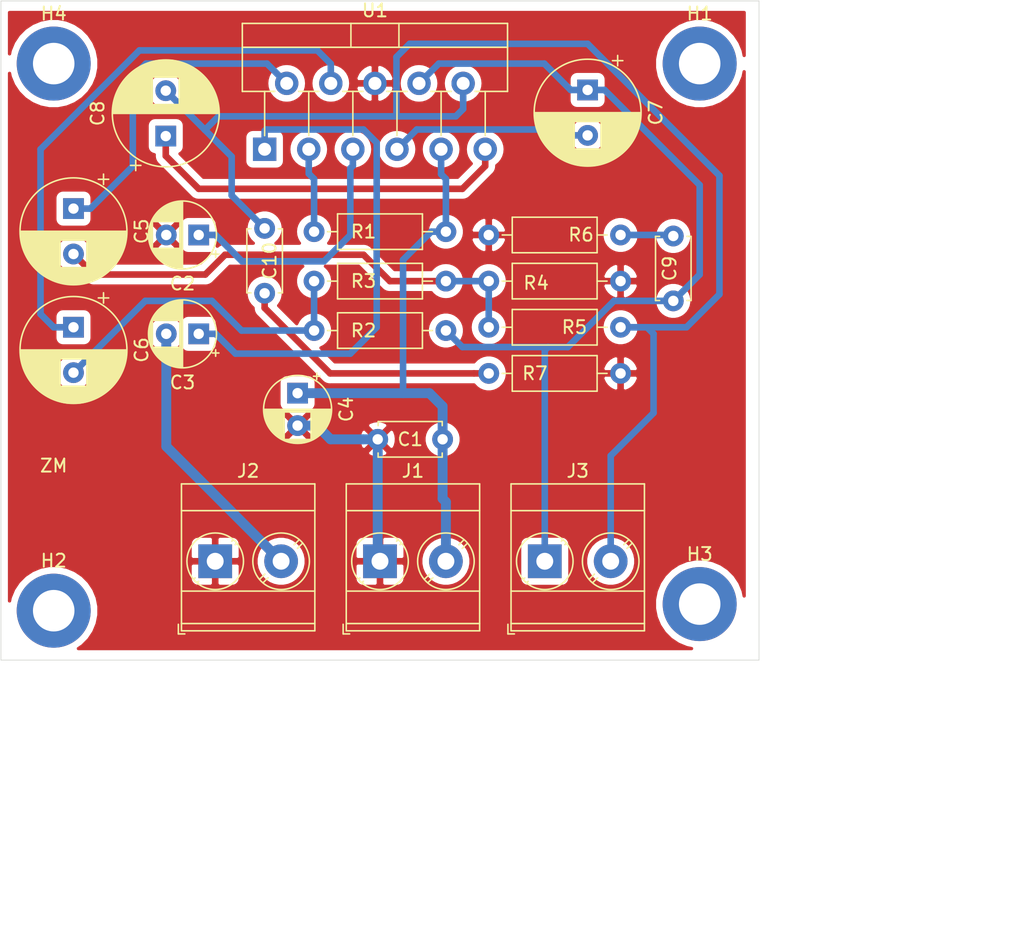
<source format=kicad_pcb>
(kicad_pcb (version 20171130) (host pcbnew "(5.1.4-0-10_14)")
  (layers (0 F.Cu signal hide) (31 B.Cu signal) (34 B.Paste user) (35 F.Paste user) (36 B.SilkS user) (37 F.SilkS user) (38 B.Mask user) (39 F.Mask user) (44 Edge.Cuts user))
  (net 0 "")
  (net 1 +12V)
  (net 2 GND)
  (net 3 "Net-(C2-Pad1)")
  (net 4 "Net-(C3-Pad2)")
  (net 5 "Net-(C3-Pad1)")
  (net 6 "Net-(C5-Pad1)")
  (net 7 A)
  (net 8 "Net-(C6-Pad2)")
  (net 9 "Net-(C6-Pad1)")
  (net 10 "Net-(C7-Pad1)")
  (net 11 "Net-(C7-Pad2)")
  (net 12 "Net-(C10-Pad1)")
  (net 13 "Net-(C8-Pad1)")
  (net 14 "Net-(C9-Pad2)")
  (net 15 "Net-(C10-Pad2)")
  (net 16 "Net-(R1-Pad2)")
  (module Capacitor_THT:C_Disc_D4.7mm_W2.5mm_P5.00mm (layer F.Cu) (at 135.636 70.612 180)
    (fp_text reference C1 (at 2.5 0) (layer F.SilkS))
    (fp_text value 100n)
    (pad 1 thru_hole circle (at 0 0 180) (size 1.6 1.6) (drill 0.8) (layers *.Cu *.Mask) (net 1 +12V))
    (pad 2 thru_hole circle (at 5 0 180) (size 1.6 1.6) (drill 0.8) (layers *.Cu *.Mask) (net 2 GND))
  )
  (module Capacitor_THT:CP_Radial_D5.0mm_P2.50mm (layer F.Cu) (at 116.84 54.864 180)
    (fp_text reference C2 (at 1.25 -3.75) (layer F.SilkS))
    (fp_text value 2.2u)
    (pad 1 thru_hole rect (at 0 0 180) (size 1.6 1.6) (drill 0.8) (layers *.Cu *.Mask) (net 3 "Net-(C2-Pad1)"))
    (pad 2 thru_hole circle (at 2.5 0 180) (size 1.6 1.6) (drill 0.8) (layers *.Cu *.Mask) (net 2 GND))
  )
  (module Capacitor_THT:CP_Radial_D5.0mm_P2.50mm (layer F.Cu) (at 116.84 62.484 180)
    (fp_text reference C3 (at 1.25 -3.75) (layer F.SilkS))
    (fp_text value 2.2u)
    (pad 2 thru_hole circle (at 2.5 0 180) (size 1.6 1.6) (drill 0.8) (layers *.Cu *.Mask) (net 4 "Net-(C3-Pad2)"))
    (pad 1 thru_hole rect (at 0 0 180) (size 1.6 1.6) (drill 0.8) (layers *.Cu *.Mask) (net 5 "Net-(C3-Pad1)"))
  )
  (module Capacitor_THT:CP_Radial_D5.0mm_P2.50mm (layer F.Cu) (at 124.46 67.056 270)
    (fp_text reference C4 (at 1.25 -3.75 90) (layer F.SilkS))
    (fp_text value 10u)
    (pad 1 thru_hole rect (at 0 0 270) (size 1.6 1.6) (drill 0.8) (layers *.Cu *.Mask) (net 1 +12V))
    (pad 2 thru_hole circle (at 2.5 0 270) (size 1.6 1.6) (drill 0.8) (layers *.Cu *.Mask) (net 2 GND))
  )
  (module Capacitor_THT:CP_Radial_D8.0mm_P3.50mm (layer F.Cu) (at 107.188 52.832 270)
    (fp_text reference C5 (at 1.75 -5.25 90) (layer F.SilkS))
    (fp_text value 220u)
    (pad 1 thru_hole rect (at 0 0 270) (size 1.6 1.6) (drill 0.8) (layers *.Cu *.Mask) (net 6 "Net-(C5-Pad1)"))
    (pad 2 thru_hole circle (at 3.5 0 270) (size 1.6 1.6) (drill 0.8) (layers *.Cu *.Mask) (net 7 A))
  )
  (module Capacitor_THT:CP_Radial_D8.0mm_P3.50mm (layer F.Cu) (at 107.188 61.976 270)
    (fp_text reference C6 (at 1.75 -5.25 90) (layer F.SilkS))
    (fp_text value 220u)
    (pad 2 thru_hole circle (at 3.5 0 270) (size 1.6 1.6) (drill 0.8) (layers *.Cu *.Mask) (net 8 "Net-(C6-Pad2)"))
    (pad 1 thru_hole rect (at 0 0 270) (size 1.6 1.6) (drill 0.8) (layers *.Cu *.Mask) (net 9 "Net-(C6-Pad1)"))
  )
  (module Capacitor_THT:CP_Radial_D8.0mm_P3.50mm (layer F.Cu) (at 146.812 43.688 270)
    (fp_text reference C7 (at 1.75 -5.25 90) (layer F.SilkS))
    (fp_text value 100u)
    (pad 1 thru_hole rect (at 0 0 270) (size 1.6 1.6) (drill 0.8) (layers *.Cu *.Mask) (net 10 "Net-(C7-Pad1)"))
    (pad 2 thru_hole circle (at 3.5 0 270) (size 1.6 1.6) (drill 0.8) (layers *.Cu *.Mask) (net 11 "Net-(C7-Pad2)"))
  )
  (module Capacitor_THT:CP_Radial_D8.0mm_P3.50mm (layer F.Cu) (at 114.3 47.244 90)
    (fp_text reference C8 (at 1.75 -5.25 90) (layer F.SilkS))
    (fp_text value 100u)
    (pad 2 thru_hole circle (at 3.5 0 90) (size 1.6 1.6) (drill 0.8) (layers *.Cu *.Mask) (net 12 "Net-(C10-Pad1)"))
    (pad 1 thru_hole rect (at 0 0 90) (size 1.6 1.6) (drill 0.8) (layers *.Cu *.Mask) (net 13 "Net-(C8-Pad1)"))
  )
  (module Capacitor_THT:C_Disc_D4.7mm_W2.5mm_P5.00mm (layer F.Cu) (at 153.416 59.944 90)
    (fp_text reference C9 (at 2.5 -0.287001 90) (layer F.SilkS))
    (fp_text value 100n)
    (pad 2 thru_hole circle (at 5 0 90) (size 1.6 1.6) (drill 0.8) (layers *.Cu *.Mask) (net 14 "Net-(C9-Pad2)"))
    (pad 1 thru_hole circle (at 0 0 90) (size 1.6 1.6) (drill 0.8) (layers *.Cu *.Mask) (net 10 "Net-(C7-Pad1)"))
  )
  (module Capacitor_THT:C_Disc_D4.7mm_W2.5mm_P5.00mm (layer F.Cu) (at 121.92 54.356 270)
    (fp_text reference C10 (at 2.5 -0.385001 90) (layer F.SilkS))
    (fp_text value 100n)
    (pad 1 thru_hole circle (at 0 0 270) (size 1.6 1.6) (drill 0.8) (layers *.Cu *.Mask) (net 12 "Net-(C10-Pad1)"))
    (pad 2 thru_hole circle (at 5 0 270) (size 1.6 1.6) (drill 0.8) (layers *.Cu *.Mask) (net 15 "Net-(C10-Pad2)"))
  )
  (module TerminalBlock_Phoenix:TerminalBlock_Phoenix_MKDS-3-2-5.08_1x02_P5.08mm_Horizontal (layer F.Cu) (at 130.81 80.01)
    (fp_text reference J1 (at 2.54 -6.96) (layer F.SilkS))
    (fp_text value Screw_Terminal_01x02)
    (pad 1 thru_hole rect (at 0 0) (size 2.6 2.6) (drill 1.3) (layers *.Cu *.Mask) (net 2 GND))
    (pad 2 thru_hole circle (at 5.08 0) (size 2.6 2.6) (drill 1.3) (layers *.Cu *.Mask) (net 1 +12V))
  )
  (module TerminalBlock_Phoenix:TerminalBlock_Phoenix_MKDS-3-2-5.08_1x02_P5.08mm_Horizontal (layer F.Cu) (at 118.11 80.01)
    (fp_text reference J2 (at 2.54 -6.96) (layer F.SilkS))
    (fp_text value Screw_Terminal_01x02)
    (pad 2 thru_hole circle (at 5.08 0) (size 2.6 2.6) (drill 1.3) (layers *.Cu *.Mask) (net 4 "Net-(C3-Pad2)"))
    (pad 1 thru_hole rect (at 0 0) (size 2.6 2.6) (drill 1.3) (layers *.Cu *.Mask) (net 2 GND))
  )
  (module TerminalBlock_Phoenix:TerminalBlock_Phoenix_MKDS-3-2-5.08_1x02_P5.08mm_Horizontal (layer F.Cu) (at 143.51 80.01)
    (fp_text reference J3 (at 2.54 -6.96) (layer F.SilkS))
    (fp_text value Screw_Terminal_01x02)
    (pad 1 thru_hole rect (at 0 0) (size 2.6 2.6) (drill 1.3) (layers *.Cu *.Mask) (net 10 "Net-(C7-Pad1)"))
    (pad 2 thru_hole circle (at 5.08 0) (size 2.6 2.6) (drill 1.3) (layers *.Cu *.Mask) (net 12 "Net-(C10-Pad1)"))
  )
  (module Resistor_THT:R_Axial_DIN0207_L6.3mm_D2.5mm_P10.16mm_Horizontal (layer F.Cu) (at 135.89 54.61 180)
    (fp_text reference R1 (at 6.35 0) (layer F.SilkS))
    (fp_text value 120k)
    (pad 2 thru_hole oval (at 10.16 0 180) (size 1.6 1.6) (drill 0.8) (layers *.Cu *.Mask) (net 16 "Net-(R1-Pad2)"))
    (pad 1 thru_hole circle (at 0 0 180) (size 1.6 1.6) (drill 0.8) (layers *.Cu *.Mask) (net 1 +12V))
  )
  (module Resistor_THT:R_Axial_DIN0207_L6.3mm_D2.5mm_P10.16mm_Horizontal (layer F.Cu) (at 135.89 62.23 180)
    (fp_text reference R2 (at 6.35 0) (layer F.SilkS))
    (fp_text value 2K)
    (pad 1 thru_hole circle (at 0 0 180) (size 1.6 1.6) (drill 0.8) (layers *.Cu *.Mask) (net 10 "Net-(C7-Pad1)"))
    (pad 2 thru_hole oval (at 10.16 0 180) (size 1.6 1.6) (drill 0.8) (layers *.Cu *.Mask) (net 8 "Net-(C6-Pad2)"))
  )
  (module Resistor_THT:R_Axial_DIN0207_L6.3mm_D2.5mm_P10.16mm_Horizontal (layer F.Cu) (at 125.73 58.42)
    (fp_text reference R3 (at 3.81 0) (layer F.SilkS))
    (fp_text value 12R)
    (pad 2 thru_hole oval (at 10.16 0) (size 1.6 1.6) (drill 0.8) (layers *.Cu *.Mask) (net 7 A))
    (pad 1 thru_hole circle (at 0 0) (size 1.6 1.6) (drill 0.8) (layers *.Cu *.Mask) (net 8 "Net-(C6-Pad2)"))
  )
  (module Resistor_THT:R_Axial_DIN0207_L6.3mm_D2.5mm_P10.16mm_Horizontal (layer F.Cu) (at 139.192 58.42)
    (fp_text reference R4 (at 3.648999 0.150999) (layer F.SilkS))
    (fp_text value 12R)
    (pad 1 thru_hole circle (at 0 0) (size 1.6 1.6) (drill 0.8) (layers *.Cu *.Mask) (net 7 A))
    (pad 2 thru_hole oval (at 10.16 0) (size 1.6 1.6) (drill 0.8) (layers *.Cu *.Mask) (net 2 GND))
  )
  (module Resistor_THT:R_Axial_DIN0207_L6.3mm_D2.5mm_P10.16mm_Horizontal (layer F.Cu) (at 149.352 61.976 180)
    (fp_text reference R5 (at 3.556 0) (layer F.SilkS))
    (fp_text value 1k2)
    (pad 2 thru_hole oval (at 10.16 0 180) (size 1.6 1.6) (drill 0.8) (layers *.Cu *.Mask) (net 7 A))
    (pad 1 thru_hole circle (at 0 0 180) (size 1.6 1.6) (drill 0.8) (layers *.Cu *.Mask) (net 12 "Net-(C10-Pad1)"))
  )
  (module Resistor_THT:R_Axial_DIN0207_L6.3mm_D2.5mm_P10.16mm_Horizontal (layer F.Cu) (at 149.352 54.864 180)
    (fp_text reference R6 (at 3.048 0.012999) (layer F.SilkS))
    (fp_text value 1R)
    (pad 1 thru_hole circle (at 0 0 180) (size 1.6 1.6) (drill 0.8) (layers *.Cu *.Mask) (net 14 "Net-(C9-Pad2)"))
    (pad 2 thru_hole oval (at 10.16 0 180) (size 1.6 1.6) (drill 0.8) (layers *.Cu *.Mask) (net 2 GND))
  )
  (module Resistor_THT:R_Axial_DIN0207_L6.3mm_D2.5mm_P10.16mm_Horizontal (layer F.Cu) (at 139.192 65.532)
    (fp_text reference R7 (at 3.556 0) (layer F.SilkS))
    (fp_text value 1R)
    (pad 1 thru_hole circle (at 0 0) (size 1.6 1.6) (drill 0.8) (layers *.Cu *.Mask) (net 15 "Net-(C10-Pad2)"))
    (pad 2 thru_hole oval (at 10.16 0) (size 1.6 1.6) (drill 0.8) (layers *.Cu *.Mask) (net 2 GND))
  )
  (module Package_TO_SOT_THT:TO-220-11_P3.4x5.08mm_StaggerOdd_Lead4.85mm_Vertical (layer F.Cu) (at 121.92 48.26)
    (fp_text reference U1 (at 8.5 -10.7) (layer F.SilkS))
    (fp_text value TDA2005)
    (pad 1 thru_hole rect (at 0 0) (size 1.8 1.8) (drill 1) (layers *.Cu *.Mask) (net 5 "Net-(C3-Pad1)"))
    (pad 2 thru_hole oval (at 1.7 -5.08) (size 1.8 1.8) (drill 1) (layers *.Cu *.Mask) (net 6 "Net-(C5-Pad1)"))
    (pad 3 thru_hole oval (at 3.4 0) (size 1.8 1.8) (drill 1) (layers *.Cu *.Mask) (net 16 "Net-(R1-Pad2)"))
    (pad 4 thru_hole oval (at 5.1 -5.08) (size 1.8 1.8) (drill 1) (layers *.Cu *.Mask) (net 9 "Net-(C6-Pad1)"))
    (pad 5 thru_hole oval (at 6.8 0) (size 1.8 1.8) (drill 1) (layers *.Cu *.Mask) (net 3 "Net-(C2-Pad1)"))
    (pad 6 thru_hole oval (at 8.5 -5.08) (size 1.8 1.8) (drill 1) (layers *.Cu *.Mask) (net 2 GND))
    (pad 7 thru_hole oval (at 10.2 0) (size 1.8 1.8) (drill 1) (layers *.Cu *.Mask) (net 11 "Net-(C7-Pad2)"))
    (pad 8 thru_hole oval (at 11.9 -5.08) (size 1.8 1.8) (drill 1) (layers *.Cu *.Mask) (net 10 "Net-(C7-Pad1)"))
    (pad 9 thru_hole oval (at 13.6 0) (size 1.8 1.8) (drill 1) (layers *.Cu *.Mask) (net 1 +12V))
    (pad 10 thru_hole oval (at 15.3 -5.08) (size 1.8 1.8) (drill 1) (layers *.Cu *.Mask) (net 12 "Net-(C10-Pad1)"))
    (pad 11 thru_hole oval (at 17 0) (size 1.8 1.8) (drill 1) (layers *.Cu *.Mask) (net 13 "Net-(C8-Pad1)"))
  )
  (module MountingHole:MountingHole_3.2mm_M3_ISO7380_Pad (layer F.Cu) (at 155.448 41.656)
    (fp_text reference H1 (at 0 -3.85) (layer F.SilkS))
    (fp_text value MountingHole)
    (pad 1 thru_hole circle (at 0 0) (size 5.7 5.7) (drill 3.2) (layers *.Cu *.Mask))
  )
  (module MountingHole:MountingHole_3.2mm_M3_ISO7380_Pad (layer F.Cu) (at 105.664 83.82)
    (fp_text reference H2 (at 0 -3.85) (layer F.SilkS))
    (fp_text value MountingHole)
    (pad 1 thru_hole circle (at 0 0) (size 5.7 5.7) (drill 3.2) (layers *.Cu *.Mask))
  )
  (module MountingHole:MountingHole_3.2mm_M3_ISO7380_Pad (layer F.Cu) (at 155.448 83.312)
    (fp_text reference H3 (at 0 -3.85) (layer F.SilkS))
    (fp_text value MountingHole)
    (pad 1 thru_hole circle (at 0 0) (size 5.7 5.7) (drill 3.2) (layers *.Cu *.Mask))
  )
  (module MountingHole:MountingHole_3.2mm_M3_ISO7380_Pad (layer F.Cu) (at 105.664 41.656)
    (fp_text reference H4 (at 0 -3.85) (layer F.SilkS))
    (fp_text value MountingHole)
    (pad 1 thru_hole circle (at 0 0) (size 5.7 5.7) (drill 3.2) (layers *.Cu *.Mask))
  )
  (gr_text ZM (at 105.664 72.644) (layer F.SilkS) (effects (font (size 1 1))))
  (gr_line (start 101.6 87.63) (end 101.6 36.83) (layer Edge.Cuts) (width 0.05))
  (gr_line (start 160.02 87.63) (end 101.6 87.63) (layer Edge.Cuts) (width 0.05))
  (gr_line (start 160.02 36.83) (end 160.02 87.63) (layer Edge.Cuts) (width 0.05))
  (gr_line (start 101.6 36.83) (end 160.02 36.83) (layer Edge.Cuts) (width 0.05))
  (segment (start 135.52 48.26) (end 135.52 50.176) (width 0.508) (layer B.Cu) (net 1))
  (segment (start 135.89 50.546) (end 135.89 54.61) (width 0.508) (layer B.Cu) (net 1))
  (segment (start 135.52 50.176) (end 135.89 50.546) (width 0.508) (layer B.Cu) (net 1))
  (segment (start 135.636 70.612) (end 135.636 75.184) (width 0.762) (layer B.Cu) (net 1))
  (segment (start 135.89 75.438) (end 135.89 80.01) (width 0.762) (layer B.Cu) (net 1))
  (segment (start 135.636 75.184) (end 135.89 75.438) (width 0.762) (layer B.Cu) (net 1))
  (segment (start 135.636 68.072) (end 135.636 70.612) (width 0.762) (layer B.Cu) (net 1))
  (segment (start 134.62 67.056) (end 135.636 68.072) (width 0.762) (layer B.Cu) (net 1))
  (segment (start 134.75863 54.61) (end 132.588 56.78063) (width 0.508) (layer B.Cu) (net 1))
  (segment (start 132.588 56.78063) (end 132.588 67.056) (width 0.508) (layer B.Cu) (net 1))
  (segment (start 135.89 54.61) (end 134.75863 54.61) (width 0.508) (layer B.Cu) (net 1))
  (segment (start 132.588 67.056) (end 134.62 67.056) (width 0.762) (layer B.Cu) (net 1))
  (segment (start 124.46 67.056) (end 132.588 67.056) (width 0.762) (layer B.Cu) (net 1))
  (segment (start 130.636 79.836) (end 130.81 80.01) (width 0.762) (layer B.Cu) (net 2))
  (segment (start 130.636 70.612) (end 130.636 79.836) (width 0.762) (layer B.Cu) (net 2))
  (segment (start 124.46 69.556) (end 125.944 69.556) (width 0.762) (layer B.Cu) (net 2))
  (segment (start 129.50463 70.612) (end 130.636 70.612) (width 0.762) (layer B.Cu) (net 2))
  (segment (start 127 70.612) (end 129.50463 70.612) (width 0.762) (layer B.Cu) (net 2))
  (segment (start 125.944 69.556) (end 127 70.612) (width 0.762) (layer B.Cu) (net 2))
  (segment (start 128.72 49.532792) (end 128.524 49.728792) (width 0.508) (layer B.Cu) (net 3))
  (segment (start 128.72 48.26) (end 128.72 49.532792) (width 0.508) (layer B.Cu) (net 3))
  (segment (start 128.524 49.728792) (end 128.524 54.864) (width 0.508) (layer B.Cu) (net 3))
  (segment (start 128.524 54.864) (end 126.492 56.896) (width 0.508) (layer B.Cu) (net 3))
  (segment (start 118.148 54.864) (end 116.84 54.864) (width 0.508) (layer B.Cu) (net 3))
  (segment (start 120.18 56.896) (end 118.148 54.864) (width 0.508) (layer B.Cu) (net 3))
  (segment (start 126.492 56.896) (end 120.18 56.896) (width 0.508) (layer B.Cu) (net 3))
  (segment (start 114.34 71.16) (end 123.19 80.01) (width 0.762) (layer B.Cu) (net 4))
  (segment (start 114.34 62.484) (end 114.34 71.16) (width 0.762) (layer B.Cu) (net 4))
  (segment (start 121.92 46.852) (end 121.92 48.26) (width 0.508) (layer B.Cu) (net 5))
  (segment (start 122.036 46.736) (end 121.92 46.852) (width 0.508) (layer B.Cu) (net 5))
  (segment (start 130.556 47.752) (end 129.54 46.736) (width 0.508) (layer B.Cu) (net 5))
  (segment (start 129.54 46.736) (end 122.036 46.736) (width 0.508) (layer B.Cu) (net 5))
  (segment (start 118.148 62.484) (end 119.672 64.008) (width 0.508) (layer B.Cu) (net 5))
  (segment (start 130.556 61.976) (end 130.556 47.752) (width 0.508) (layer B.Cu) (net 5))
  (segment (start 128.524 64.008) (end 130.556 61.976) (width 0.508) (layer B.Cu) (net 5))
  (segment (start 119.672 64.008) (end 128.524 64.008) (width 0.508) (layer B.Cu) (net 5))
  (segment (start 116.84 62.484) (end 118.148 62.484) (width 0.508) (layer B.Cu) (net 5))
  (segment (start 122.096 41.656) (end 123.62 43.18) (width 0.508) (layer B.Cu) (net 6))
  (segment (start 111.76 49.568) (end 111.76 42.672) (width 0.508) (layer B.Cu) (net 6))
  (segment (start 112.776 41.656) (end 122.096 41.656) (width 0.508) (layer B.Cu) (net 6))
  (segment (start 108.496 52.832) (end 111.76 49.568) (width 0.508) (layer B.Cu) (net 6))
  (segment (start 111.76 42.672) (end 112.776 41.656) (width 0.508) (layer B.Cu) (net 6))
  (segment (start 107.188 52.832) (end 108.496 52.832) (width 0.508) (layer B.Cu) (net 6))
  (segment (start 139.192 58.42) (end 135.89 58.42) (width 0.508) (layer B.Cu) (net 7))
  (segment (start 139.192 58.42) (end 139.192 61.976) (width 0.508) (layer B.Cu) (net 7))
  (segment (start 135.89 58.42) (end 131.572 58.42) (width 0.508) (layer F.Cu) (net 7))
  (segment (start 131.572 58.42) (end 129.54 56.388) (width 0.508) (layer F.Cu) (net 7))
  (segment (start 129.54 56.388) (end 118.872 56.388) (width 0.508) (layer F.Cu) (net 7))
  (segment (start 118.872 56.388) (end 117.348 57.912) (width 0.508) (layer F.Cu) (net 7))
  (segment (start 108.768 57.912) (end 107.188 56.332) (width 0.508) (layer F.Cu) (net 7))
  (segment (start 117.348 57.912) (end 108.768 57.912) (width 0.508) (layer F.Cu) (net 7))
  (segment (start 125.73 58.42) (end 125.73 62.23) (width 0.508) (layer B.Cu) (net 8))
  (segment (start 107.188 65.476) (end 112.72 59.944) (width 0.508) (layer B.Cu) (net 8))
  (segment (start 112.72 59.944) (end 117.856 59.944) (width 0.508) (layer B.Cu) (net 8))
  (segment (start 120.142 62.23) (end 125.73 62.23) (width 0.508) (layer B.Cu) (net 8))
  (segment (start 117.856 59.944) (end 120.142 62.23) (width 0.508) (layer B.Cu) (net 8))
  (segment (start 127.02 43.18) (end 127.02 41.676) (width 0.508) (layer B.Cu) (net 9))
  (segment (start 127.02 41.676) (end 125.984 40.64) (width 0.508) (layer B.Cu) (net 9))
  (segment (start 125.984 40.64) (end 112.268 40.64) (width 0.508) (layer B.Cu) (net 9))
  (segment (start 112.268 40.64) (end 104.648 48.26) (width 0.508) (layer B.Cu) (net 9))
  (segment (start 104.648 48.26) (end 104.648 60.96) (width 0.508) (layer B.Cu) (net 9))
  (segment (start 105.664 61.976) (end 107.188 61.976) (width 0.508) (layer B.Cu) (net 9))
  (segment (start 104.648 60.96) (end 105.664 61.976) (width 0.508) (layer B.Cu) (net 9))
  (segment (start 133.82 43.18) (end 135.344 41.656) (width 0.508) (layer B.Cu) (net 10))
  (segment (start 145.504 43.688) (end 146.812 43.688) (width 0.508) (layer B.Cu) (net 10))
  (segment (start 143.472 41.656) (end 145.504 43.688) (width 0.508) (layer B.Cu) (net 10))
  (segment (start 135.344 41.656) (end 143.472 41.656) (width 0.508) (layer B.Cu) (net 10))
  (segment (start 148.12 43.688) (end 155.448 51.016) (width 0.508) (layer B.Cu) (net 10))
  (segment (start 146.812 43.688) (end 148.12 43.688) (width 0.508) (layer B.Cu) (net 10))
  (segment (start 155.448 57.912) (end 153.416 59.944) (width 0.508) (layer B.Cu) (net 10))
  (segment (start 155.448 51.016) (end 155.448 57.912) (width 0.508) (layer B.Cu) (net 10))
  (segment (start 135.89 62.23) (end 137.16 63.5) (width 0.508) (layer B.Cu) (net 10))
  (segment (start 143.51 63.754) (end 143.764 63.5) (width 0.508) (layer B.Cu) (net 10))
  (segment (start 143.51 80.01) (end 143.51 63.754) (width 0.508) (layer B.Cu) (net 10))
  (segment (start 137.16 63.5) (end 143.764 63.5) (width 0.508) (layer B.Cu) (net 10))
  (segment (start 153.416 59.944) (end 148.844 59.944) (width 0.508) (layer B.Cu) (net 10))
  (segment (start 145.288 63.5) (end 143.764 63.5) (width 0.508) (layer B.Cu) (net 10))
  (segment (start 148.844 59.944) (end 145.288 63.5) (width 0.508) (layer B.Cu) (net 10))
  (segment (start 132.12 48.26) (end 133.644 46.736) (width 0.508) (layer B.Cu) (net 11))
  (segment (start 133.644 46.736) (end 143.256 46.736) (width 0.508) (layer B.Cu) (net 11))
  (segment (start 143.708 47.188) (end 146.812 47.188) (width 0.508) (layer B.Cu) (net 11))
  (segment (start 143.256 46.736) (end 143.708 47.188) (width 0.508) (layer B.Cu) (net 11))
  (segment (start 119.38 51.816) (end 121.92 54.356) (width 0.508) (layer B.Cu) (net 12))
  (segment (start 119.38 48.824) (end 119.38 51.816) (width 0.508) (layer B.Cu) (net 12))
  (segment (start 137.22 43.18) (end 137.22 45.152) (width 0.508) (layer B.Cu) (net 12))
  (segment (start 137.22 45.152) (end 136.652 45.72) (width 0.508) (layer B.Cu) (net 12))
  (segment (start 117.32 46.764) (end 119.38 48.824) (width 0.508) (layer B.Cu) (net 12))
  (segment (start 118.364 45.72) (end 117.32 46.764) (width 0.508) (layer B.Cu) (net 12))
  (segment (start 114.3 43.744) (end 117.32 46.764) (width 0.508) (layer B.Cu) (net 12))
  (segment (start 148.59 80.01) (end 148.59 71.882) (width 0.508) (layer B.Cu) (net 12))
  (segment (start 148.59 71.882) (end 151.892 68.58) (width 0.508) (layer B.Cu) (net 12))
  (segment (start 151.892 68.58) (end 151.892 62.484) (width 0.508) (layer B.Cu) (net 12))
  (segment (start 151.384 61.976) (end 149.352 61.976) (width 0.508) (layer B.Cu) (net 12))
  (segment (start 151.892 62.484) (end 151.384 61.976) (width 0.508) (layer B.Cu) (net 12))
  (segment (start 149.352 61.976) (end 154.432 61.976) (width 0.508) (layer B.Cu) (net 12))
  (segment (start 154.432 61.976) (end 156.972 59.436) (width 0.508) (layer B.Cu) (net 12))
  (segment (start 156.972 59.436) (end 156.972 50.292) (width 0.508) (layer B.Cu) (net 12))
  (segment (start 156.972 50.292) (end 146.812 40.132) (width 0.508) (layer B.Cu) (net 12))
  (segment (start 146.812 40.132) (end 133.096 40.132) (width 0.508) (layer B.Cu) (net 12))
  (segment (start 132.08 41.148) (end 132.08 45.72) (width 0.508) (layer B.Cu) (net 12))
  (segment (start 132.08 45.72) (end 118.364 45.72) (width 0.508) (layer B.Cu) (net 12))
  (segment (start 133.096 40.132) (end 132.08 41.148) (width 0.508) (layer B.Cu) (net 12))
  (segment (start 136.652 45.72) (end 132.08 45.72) (width 0.508) (layer B.Cu) (net 12))
  (segment (start 114.3 47.244) (end 114.3 48.768) (width 0.508) (layer F.Cu) (net 13))
  (segment (start 114.3 48.768) (end 116.84 51.308) (width 0.508) (layer F.Cu) (net 13))
  (segment (start 116.84 51.308) (end 137.16 51.308) (width 0.508) (layer F.Cu) (net 13))
  (segment (start 138.92 49.548) (end 138.92 48.26) (width 0.508) (layer F.Cu) (net 13))
  (segment (start 137.16 51.308) (end 138.92 49.548) (width 0.508) (layer F.Cu) (net 13))
  (segment (start 153.336 54.864) (end 153.416 54.944) (width 0.508) (layer B.Cu) (net 14))
  (segment (start 149.352 54.864) (end 153.336 54.864) (width 0.508) (layer B.Cu) (net 14))
  (segment (start 138.06063 65.532) (end 139.192 65.532) (width 0.508) (layer F.Cu) (net 15))
  (segment (start 126.96463 65.532) (end 138.06063 65.532) (width 0.508) (layer F.Cu) (net 15))
  (segment (start 121.92 60.48737) (end 126.96463 65.532) (width 0.508) (layer F.Cu) (net 15))
  (segment (start 121.92 59.356) (end 121.92 60.48737) (width 0.508) (layer F.Cu) (net 15))
  (segment (start 125.32 48.26) (end 125.32 50.136) (width 0.508) (layer B.Cu) (net 16))
  (segment (start 125.73 50.546) (end 125.73 54.61) (width 0.508) (layer B.Cu) (net 16))
  (segment (start 125.32 50.136) (end 125.73 50.546) (width 0.508) (layer B.Cu) (net 16))
  (zone (net 2) (net_name GND) (layer F.Cu) (connect_pads (clearance 0.508)) (min_thickness 0.254) (fill yes (arc_segments 32) (thermal_gap 0.508) (thermal_bridge_width 0.508))
    (polygon (pts (xy 102.108 37.592) (xy 159.004 37.592) (xy 159.004 86.868) (xy 102.108 86.868)))
  )
)
</source>
